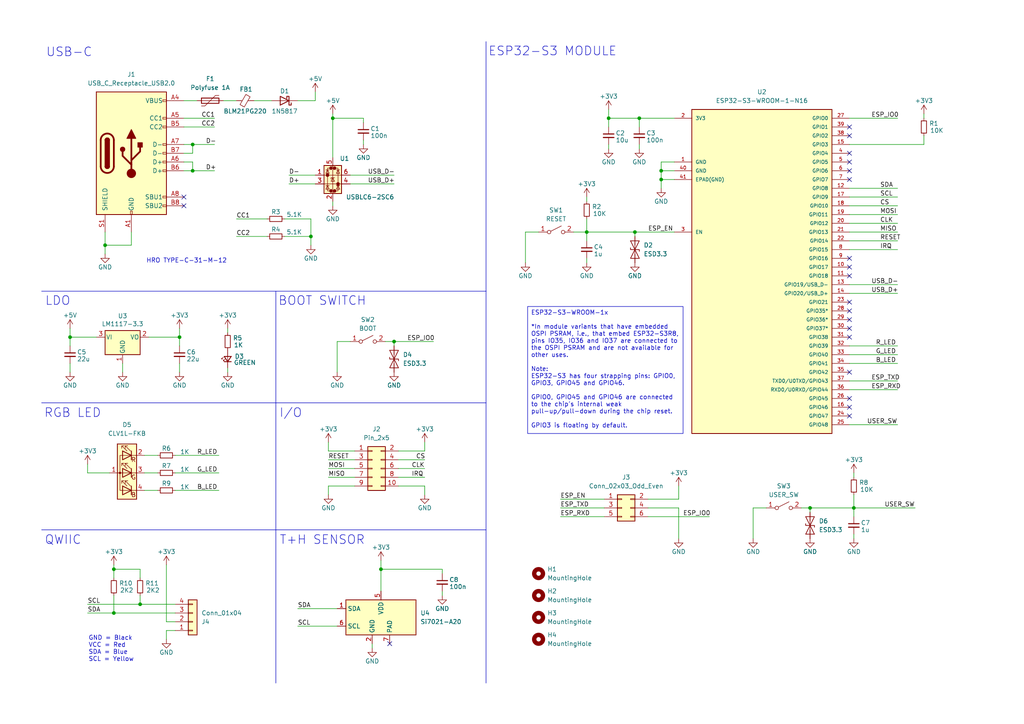
<source format=kicad_sch>
(kicad_sch (version 20250114) (generator "eeschema") (generator_version "9.0")
  (paper "A4")
  (title_block (title "ESP32-S3 Testboard") (date "2025-06-27") (rev "1.0") (company "Made by Morten"))
  (lib_symbols
    (symbol "Connector_Generic:Conn_02x03_Odd_Even" (pin_names (offset 1.016) (hide yes))
      (property "Reference" "J" (at 1.27 5.08 0))
      (property "Value" "Conn_02x03_Odd_Even" (at 1.27 -5.08 0))
      (symbol "Conn_02x03_Odd_Even_1_1"
        (pin passive line (at -5.08 2.54 0) (length 3.81) (name "Pin_1") (number "1"))
        (pin passive line (at -5.08 0 0) (length 3.81) (name "Pin_3") (number "3"))
        (pin passive line (at -5.08 -2.54 0) (length 3.81) (name "Pin_5") (number "5"))
        (pin passive line (at 7.62 2.54 180) (length 3.81) (name "Pin_2") (number "2"))
        (pin passive line (at 7.62 0 180) (length 3.81) (name "Pin_4") (number "4"))
        (pin passive line (at 7.62 -2.54 180) (length 3.81) (name "Pin_6") (number "6"))
      )
    )
    (symbol "Connector_Generic:Conn_02x05_Odd_Even" (pin_names (offset 1.016) (hide yes))
      (property "Reference" "J" (at 1.27 7.62 0))
      (property "Value" "Conn_02x05_Odd_Even" (at 1.27 -7.62 0))
      (symbol "Conn_02x05_Odd_Even_1_1"
        (pin passive line (at -5.08 5.08 0) (length 3.81) (name "Pin_1") (number "1"))
        (pin passive line (at -5.08 2.54 0) (length 3.81) (name "Pin_3") (number "3"))
        (pin passive line (at -5.08 0 0) (length 3.81) (name "Pin_5") (number "5"))
        (pin passive line (at -5.08 -2.54 0) (length 3.81) (name "Pin_7") (number "7"))
        (pin passive line (at -5.08 -5.08 0) (length 3.81) (name "Pin_9") (number "9"))
        (pin passive line (at 7.62 5.08 180) (length 3.81) (name "Pin_2") (number "2"))
        (pin passive line (at 7.62 2.54 180) (length 3.81) (name "Pin_4") (number "4"))
        (pin passive line (at 7.62 0 180) (length 3.81) (name "Pin_6") (number "6"))
        (pin passive line (at 7.62 -2.54 180) (length 3.81) (name "Pin_8") (number "8"))
        (pin passive line (at 7.62 -5.08 180) (length 3.81) (name "Pin_10") (number "10"))
      )
    )
    (symbol "Morten_Library.kicad_sym_9:+3V3" (power) (pin_names (offset 0))
      (property "Value" "+3V3" (at 0 3.556 0))
      (symbol "+3V3_1_1"
        (pin power_in line (at 0 0 90) (length 0) (hide yes) (name "+3V3") (number "1"))
      )
    )
    (symbol "Morten_Library.kicad_sym_9:+5V" (power) (pin_names (offset 0))
      (property "Value" "+5V" (at 0 3.556 0))
      (symbol "+5V_1_1"
        (pin power_in line (at 0 0 90) (length 0) (hide yes) (name "+5V") (number "1"))
      )
    )
    (symbol "Morten_Library.kicad_sym_9:1N5817" (pin_numbers (hide yes)) (pin_names (offset 1.016) (hide yes))
      (property "Reference" "D" (at 0 2.54 0))
      (property "Value" "1N5817" (at 0 -2.54 0))
      (symbol "1N5817_1_1"
        (pin passive line (at -3.81 0 0) (length 2.54) (name "K") (number "1"))
        (pin passive line (at 3.81 0 180) (length 2.54) (name "A") (number "2"))
      )
    )
    (symbol "Morten_Library.kicad_sym_9:CLV1L-FKB" (pin_names (offset 0) (hide yes))
      (property "Reference" "D" (at 0 9.398 0))
      (property "Value" "CLV1L-FKB" (at 0 -8.89 0))
      (symbol "CLV1L-FKB_0_0"
        (text "R" (at -1.905 3.81 0) (effects (font (size 1.27 1.27))))
        (text "G" (at -1.905 -1.27 0) (effects (font (size 1.27 1.27))))
        (text "B" (at -1.905 -6.35 0) (effects (font (size 1.27 1.27))))
      )
      (symbol "CLV1L-FKB_1_1"
        (pin passive line (at -5.08 5.08 0) (length 2.54) (name "RK") (number "2"))
        (pin passive line (at -5.08 0 0) (length 2.54) (name "GK") (number "3"))
        (pin passive line (at -5.08 -5.08 0) (length 2.54) (name "BK") (number "4"))
        (pin passive line (at 5.08 0 180) (length 2.54) (name "A") (number "1"))
      )
    )
    (symbol "Morten_Library.kicad_sym_9:C_Small" (pin_numbers (hide yes)) (pin_names (offset 0.254) (hide yes))
      (property "Reference" "C" (at 0.254 1.778 0))
      (property "Value" "C_Small" (at 0.254 -2.032 0))
      (symbol "C_Small_1_1"
        (pin passive line (at 0 2.54 270) (length 2.032) (name "~") (number "1"))
        (pin passive line (at 0 -2.54 90) (length 2.032) (name "~") (number "2"))
      )
    )
    (symbol "Morten_Library.kicad_sym_9:Conn_01x04" (pin_names (offset 1.016) (hide yes))
      (property "Reference" "J" (at 0 5.08 0))
      (property "Value" "Conn_01x04" (at 0 -7.62 0))
      (symbol "Conn_01x04_1_1"
        (pin passive line (at -5.08 2.54 0) (length 3.81) (name "Pin_1") (number "1"))
        (pin passive line (at -5.08 0 0) (length 3.81) (name "Pin_2") (number "2"))
        (pin passive line (at -5.08 -2.54 0) (length 3.81) (name "Pin_3") (number "3"))
        (pin passive line (at -5.08 -5.08 0) (length 3.81) (name "Pin_4") (number "4"))
      )
    )
    (symbol "Morten_Library.kicad_sym_9:ESD9B3.3ST5G" (pin_numbers (hide yes)) (pin_names (offset 1.016) (hide yes))
      (property "Reference" "D" (at 0 2.54 0))
      (property "Value" "ESD9B3.3ST5G" (at 0 -2.54 0))
      (symbol "ESD9B3.3ST5G_1_1"
        (pin passive line (at -3.81 0 0) (length 2.54) (name "A1") (number "1"))
        (pin passive line (at 3.81 0 180) (length 2.54) (name "A2") (number "2"))
      )
    )
    (symbol "Morten_Library.kicad_sym_9:ESP32-S3-WROOM-1x-N8R8" (pin_names (offset 1.016))
      (property "Reference" "U4" (at -19.304 46.99 0))
      (property "Value" "ESP32-S3-WROOM-1-N16" (at -7.366 -49.53 0))
      (symbol "ESP32-S3-WROOM-1x-N8R8_0_0"
        (pin power_in line (at -25.4 43.18 0) (length 5.08) (name "3V3") (number "2"))
        (pin power_in line (at -25.4 30.48 0) (length 5.08) (name "GND") (number "1"))
        (pin power_in line (at -25.4 27.94 0) (length 5.08) (name "GND") (number "40"))
        (pin power_in line (at -25.4 25.4 0) (length 5.08) (name "EPAD(GND)") (number "41"))
        (pin input line (at -25.4 10.16 0) (length 5.08) (name "EN") (number "3"))
      )
      (symbol "ESP32-S3-WROOM-1x-N8R8_1_0"
        (pin bidirectional line (at 25.4 43.18 180) (length 5.08) (name "GPIO0") (number "27"))
        (pin bidirectional line (at 25.4 40.64 180) (length 5.08) (name "GPIO1") (number "39"))
        (pin bidirectional line (at 25.4 38.1 180) (length 5.08) (name "GPIO2") (number "38"))
        (pin bidirectional line (at 25.4 35.56 180) (length 5.08) (name "GPIO3") (number "15"))
        (pin bidirectional line (at 25.4 30.48 180) (length 5.08) (name "GPIO5") (number "5"))
        (pin bidirectional line (at 25.4 27.94 180) (length 5.08) (name "GPIO6") (number "6"))
        (pin bidirectional line (at 25.4 25.4 180) (length 5.08) (name "GPIO7") (number "7"))
        (pin bidirectional line (at 25.4 22.86 180) (length 5.08) (name "GPIO8") (number "12"))
        (pin bidirectional line (at 25.4 20.32 180) (length 5.08) (name "GPIO9") (number "17"))
        (pin bidirectional line (at 25.4 17.78 180) (length 5.08) (name "GPIO10") (number "18"))
        (pin bidirectional line (at 25.4 15.24 180) (length 5.08) (name "GPIO11") (number "19"))
        (pin bidirectional line (at 25.4 12.7 180) (length 5.08) (name "GPIO12") (number "20"))
        (pin bidirectional line (at 25.4 10.16 180) (length 5.08) (name "GPIO13") (number "21"))
        (pin bidirectional line (at 25.4 7.62 180) (length 5.08) (name "GPIO14") (number "22"))
        (pin bidirectional line (at 25.4 5.08 180) (length 5.08) (name "GPIO15") (number "8"))
        (pin bidirectional line (at 25.4 2.54 180) (length 5.08) (name "GPIO16") (number "9"))
        (pin bidirectional line (at 25.4 0 180) (length 5.08) (name "GPIO17") (number "10"))
        (pin bidirectional line (at 25.4 -2.54 180) (length 5.08) (name "GPIO18") (number "11"))
        (pin bidirectional line (at 25.4 -5.08 180) (length 5.08) (name "GPIO19/USB_D-") (number "13"))
        (pin bidirectional line (at 25.4 -7.62 180) (length 5.08) (name "GPIO20/USB_D+") (number "14"))
        (pin bidirectional line (at 25.4 -10.16 180) (length 5.08) (name "GPIO21") (number "23"))
        (pin bidirectional line (at 25.4 -12.7 180) (length 5.08) (name "GPIO35*") (number "28"))
        (pin bidirectional line (at 25.4 -15.24 180) (length 5.08) (name "GPIO36*") (number "29"))
        (pin bidirectional line (at 25.4 -17.78 180) (length 5.08) (name "GPIO37*") (number "30"))
        (pin bidirectional line (at 25.4 -20.32 180) (length 5.08) (name "GPIO38") (number "31"))
        (pin bidirectional line (at 25.4 -22.86 180) (length 5.08) (name "GPIO39") (number "32"))
        (pin bidirectional line (at 25.4 -25.4 180) (length 5.08) (name "GPIO40") (number "33"))
        (pin bidirectional line (at 25.4 -27.94 180) (length 5.08) (name "GPIO41") (number "34"))
        (pin bidirectional line (at 25.4 -30.48 180) (length 5.08) (name "GPIO42") (number "35"))
        (pin bidirectional line (at 25.4 -33.02 180) (length 5.08) (name "TXD0/U0TXD/GPIO43") (number "37"))
        (pin bidirectional line (at 25.4 -35.56 180) (length 5.08) (name "RXD0/U0RXD/GPIO44") (number "36"))
        (pin bidirectional line (at 25.4 -38.1 180) (length 5.08) (name "GPIO45") (number "26"))
        (pin bidirectional line (at 25.4 -40.64 180) (length 5.08) (name "GPIO46") (number "16"))
        (pin bidirectional line (at 25.4 -43.18 180) (length 5.08) (name "GPIO47") (number "24"))
        (pin bidirectional line (at 25.4 -45.72 180) (length 5.08) (name "GPIO48") (number "25"))
      )
      (symbol "ESP32-S3-WROOM-1x-N8R8_1_1"
        (pin bidirectional line (at 25.4 33.02 180) (length 5.08) (name "GPIO4") (number "4"))
      )
    )
    (symbol "Morten_Library.kicad_sym_9:FerriteBead_Small" (pin_numbers (hide yes)) (pin_names (offset 0))
      (property "Reference" "FB" (at 1.905 1.27 0))
      (property "Value" "FerriteBead_Small" (at 1.905 -1.27 0))
      (symbol "FerriteBead_Small_1_1"
        (pin passive line (at 0 2.54 270) (length 1.27) (name "~") (number "1"))
        (pin passive line (at 0 -2.54 90) (length 1.27) (name "~") (number "2"))
      )
    )
    (symbol "Morten_Library.kicad_sym_9:GND" (power) (pin_names (offset 0))
      (property "Value" "GND" (at 0 -3.81 0))
      (symbol "GND_1_1"
        (pin power_in line (at 0 0 270) (length 0) (hide yes) (name "GND") (number "1"))
      )
    )
    (symbol "Morten_Library.kicad_sym_9:LED_Small" (pin_numbers (hide yes)) (pin_names (offset 0.254) (hide yes))
      (property "Reference" "D" (at -1.27 3.175 0))
      (property "Value" "LED_Small" (at -4.445 -2.54 0))
      (symbol "LED_Small_1_1"
        (pin passive line (at -2.54 0 0) (length 1.778) (name "K") (number "1"))
        (pin passive line (at 2.54 0 180) (length 1.778) (name "A") (number "2"))
      )
    )
    (symbol "Morten_Library.kicad_sym_9:LM1117-3.3" (pin_names (offset 0.254))
      (property "Reference" "U" (at -3.81 3.175 0))
      (property "Value" "LM1117-3.3" (at 0 3.175 0))
      (symbol "LM1117-3.3_1_1"
        (pin power_in line (at -7.62 0 0) (length 2.54) (name "VI") (number "3"))
        (pin power_in line (at 0 -7.62 90) (length 2.54) (name "GND") (number "1"))
        (pin power_out line (at 7.62 0 180) (length 2.54) (name "VO") (number "2"))
      )
    )
    (symbol "Morten_Library.kicad_sym_9:MountingHole" (pin_names (offset 1.016))
      (property "Reference" "H" (at 0 5.08 0))
      (property "Value" "MountingHole" (at 0 3.175 0))
    )
    (symbol "Morten_Library.kicad_sym_9:Polyfuse" (pin_numbers (hide yes)) (pin_names (offset 0))
      (property "Reference" "F" (at -2.54 0 90))
      (property "Value" "Polyfuse" (at 2.54 0 90))
      (symbol "Polyfuse_1_1"
        (pin passive line (at 0 3.81 270) (length 1.27) (name "~") (number "1"))
        (pin passive line (at 0 -3.81 90) (length 1.27) (name "~") (number "2"))
      )
    )
    (symbol "Morten_Library.kicad_sym_9:R_Small" (pin_numbers (hide yes)) (pin_names (offset 0.254) (hide yes))
      (property "Reference" "R" (at 0.762 0.508 0))
      (property "Value" "R_Small" (at 0.762 -1.016 0))
      (symbol "R_Small_1_1"
        (pin passive line (at 0 2.54 270) (length 0.762) (name "~") (number "1"))
        (pin passive line (at 0 -2.54 90) (length 0.762) (name "~") (number "2"))
      )
    )
    (symbol "Morten_Library.kicad_sym_9:SW_SPST" (pin_names (offset 0) (hide yes))
      (property "Reference" "SW" (at 0 3.175 0))
      (property "Value" "SW_SPST" (at 0 -2.54 0))
      (symbol "SW_SPST_1_1"
        (pin passive line (at -5.08 0 0) (length 2.54) (name "A") (number "1"))
        (pin passive line (at 5.08 0 180) (length 2.54) (name "B") (number "2"))
      )
    )
    (symbol "Morten_Library.kicad_sym_9:USBLC6-2SC6_1" (pin_names (hide yes))
      (property "Reference" "U" (at 0.635 5.715 0))
      (property "Value" "USBLC6-2SC6" (at 0.635 3.81 0))
      (symbol "USBLC6-2SC6_1_1_1"
        (pin passive line (at -5.08 0 0) (length 2.54) (name "I/O1") (number "1"))
        (pin passive line (at -5.08 -2.54 0) (length 2.54) (name "I/O2") (number "3"))
        (pin passive line (at 0 5.08 270) (length 2.54) (name "VBUS") (number "5"))
        (pin passive line (at 0 -7.62 90) (length 2.54) (name "GND") (number "2"))
        (pin passive line (at 5.08 0 180) (length 2.54) (name "I/O1") (number "6"))
        (pin passive line (at 5.08 -2.54 180) (length 2.54) (name "I/O2") (number "4"))
      )
    )
    (symbol "Morten_Library.kicad_sym_9:USB_C_Receptacle_USB2.0" (pin_names (offset 1.016))
      (property "Reference" "J" (at -10.16 19.05 0))
      (property "Value" "USB_C_Receptacle_USB2.0" (at 19.05 19.05 0))
      (symbol "USB_C_Receptacle_USB2.0_1_1"
        (pin passive line (at -7.62 -22.86 90) (length 5.08) (name "SHIELD") (number "S1"))
        (pin passive line (at 0 -22.86 90) (length 5.08) (name "GND") (number "A1"))
        (pin passive line (at 0 -22.86 90) (length 5.08) (hide yes) (name "GND") (number "A12"))
        (pin passive line (at 0 -22.86 90) (length 5.08) (hide yes) (name "GND") (number "B1"))
        (pin passive line (at 0 -22.86 90) (length 5.08) (hide yes) (name "GND") (number "B12"))
        (pin passive line (at 15.24 15.24 180) (length 5.08) (name "VBUS") (number "A4"))
        (pin passive line (at 15.24 15.24 180) (length 5.08) (hide yes) (name "VBUS") (number "A9"))
        (pin passive line (at 15.24 15.24 180) (length 5.08) (hide yes) (name "VBUS") (number "B4"))
        (pin passive line (at 15.24 15.24 180) (length 5.08) (hide yes) (name "VBUS") (number "B9"))
        (pin bidirectional line (at 15.24 10.16 180) (length 5.08) (name "CC1") (number "A5"))
        (pin bidirectional line (at 15.24 7.62 180) (length 5.08) (name "CC2") (number "B5"))
        (pin bidirectional line (at 15.24 2.54 180) (length 5.08) (name "D-") (number "A7"))
        (pin bidirectional line (at 15.24 0 180) (length 5.08) (name "D-") (number "B7"))
        (pin bidirectional line (at 15.24 -2.54 180) (length 5.08) (name "D+") (number "A6"))
        (pin bidirectional line (at 15.24 -5.08 180) (length 5.08) (name "D+") (number "B6"))
        (pin bidirectional line (at 15.24 -12.7 180) (length 5.08) (name "SBU1") (number "A8"))
        (pin bidirectional line (at 15.24 -15.24 180) (length 5.08) (name "SBU2") (number "B8"))
      )
    )
    (symbol "Sensor_Humidity:Si7021-A20"
      (property "Reference" "U" (at -5.08 7.62 0))
      (property "Value" "Si7021-A20" (at -10.16 10.16 0))
      (symbol "Si7021-A20_1_1"
        (pin bidirectional line (at -12.7 2.54 0) (length 2.54) (name "SDA") (number "1"))
        (pin input line (at -12.7 -2.54 0) (length 2.54) (name "SCL") (number "6"))
        (pin power_in line (at -2.54 -7.62 90) (length 2.54) (name "GND") (number "2"))
        (pin power_in line (at 0 7.62 270) (length 2.54) (name "VDD") (number "5"))
        (pin passive line (at 2.54 -7.62 90) (length 2.54) (name "PAD") (number "7"))
        (pin no_connect line (at 10.16 2.54 180) (length 2.54) (hide yes) (name "NC") (number "3"))
        (pin no_connect line (at 10.16 -2.54 180) (length 2.54) (hide yes) (name "NC") (number "4"))
      )
    )
  )
  (text "LDO" (at 16.764 87.376 0) (effects (font (size 2.54 2.54))))
  (text "USB-C" (at 20.066 15.24 0) (effects (font (size 2.54 2.54))))
  (text "T+H SENSOR" (at 93.472 156.718 0) (effects (font (size 2.54 2.54))))
  (text "RGB LED\n" (at 21.082 119.888 0) (effects (font (size 2.54 2.54))))
  (text "QWIIC" (at 18.288 156.718 0) (effects (font (size 2.54 2.54))))
  (text "I/O\n" (at 84.328 119.888 0) (effects (font (size 2.54 2.54))))
  (text "BOOT SWITCH" (at 93.472 87.376 0) (effects (font (size 2.54 2.54))))
  (text "HRO TYPE-C-31-M-12" (at 42.418 76.454 0) (effects (font (size 1.27 1.27)) (justify left bottom)))
  (text "GND = Black\nVCC = Red\nSDA = Blue\nSCL = Yellow" (at 25.654 188.214 0) (effects (font (size 1.27 1.27)) (justify left)))
  (text "ESP32-S3 MODULE" (at 160.274 14.986 0) (effects (font (size 2.54 2.54))))
  (text_box "ESP32-S3-WROOM-1x\n\n*In module variants that have embedded OSPI PSRAM, i.e., that embed ESP32-S3R8, pins IO35, IO36 and IO37 are connected to the OSPI PSRAM and are not available for other uses.\n\nNote:\nESP32-S3 has four strapping pins: GPIO0, GPIO3, GPIO45 and GPIO46.\n\nGPIO0, GPIO45 and GPIO46 are connected to the chip's internal weak pull-up/pull-down during the chip reset.\n\nGPIO3 is floating by default." (at 153.035 88.9 0) (size 45.085 36.83) (margins 0.9525 0.9525 0.9525 0.9525) (effects (font (size 1.27 1.27)) (justify left top)))
  (junction (at 170.18 67.31))
  (junction (at 247.65 147.32))
  (junction (at 40.64 175.26))
  (junction (at 33.02 177.8))
  (junction (at 191.77 49.53))
  (junction (at 20.32 97.79))
  (junction (at 191.77 52.07))
  (junction (at 30.48 71.12))
  (junction (at 110.49 165.1))
  (junction (at 55.88 41.91))
  (junction (at 96.52 34.29))
  (junction (at 52.07 97.79))
  (junction (at 184.15 67.31))
  (junction (at 234.95 147.32))
  (junction (at 90.17 68.58))
  (junction (at 185.42 34.29))
  (junction (at 55.88 49.53))
  (junction (at 33.02 165.1))
  (junction (at 114.3 99.06))
  (junction (at 176.53 34.29))
  (no_connect (at 53.34 59.69))
  (no_connect (at 246.38 77.47))
  (no_connect (at 246.38 97.79))
  (no_connect (at 246.38 107.95))
  (no_connect (at 246.38 92.71))
  (no_connect (at 246.38 95.25))
  (no_connect (at 246.38 39.37))
  (no_connect (at 246.38 46.99))
  (no_connect (at 113.03 186.69))
  (no_connect (at 246.38 120.65))
  (no_connect (at 53.34 57.15))
  (no_connect (at 246.38 90.17))
  (no_connect (at 246.38 118.11))
  (no_connect (at 246.38 44.45))
  (no_connect (at 246.38 80.01))
  (no_connect (at 246.38 52.07))
  (no_connect (at 246.38 115.57))
  (no_connect (at 246.38 74.93))
  (no_connect (at 246.38 87.63))
  (no_connect (at 246.38 49.53))
  (no_connect (at 246.38 36.83))
  (wire (pts (xy 156.21 67.31) (xy 152.4 67.31)))
  (wire (pts (xy 50.8 142.24) (xy 63.5 142.24)))
  (wire (pts (xy 41.91 142.24) (xy 45.72 142.24)))
  (wire (pts (xy 246.38 67.31) (xy 260.35 67.31)))
  (wire (pts (xy 115.57 138.43) (xy 123.19 138.43)))
  (wire (pts (xy 95.25 135.89) (xy 102.87 135.89)))
  (wire (pts (xy 123.19 140.97) (xy 115.57 140.97)))
  (wire (pts (xy 73.66 29.21) (xy 78.74 29.21)))
  (wire (pts (xy 152.4 67.31) (xy 152.4 76.2)))
  (polyline (pts (xy 12.065 153.67) (xy 140.97 153.67)))
  (wire (pts (xy 38.1 67.31) (xy 38.1 71.12)))
  (wire (pts (xy 25.4 175.26) (xy 40.64 175.26)))
  (wire (pts (xy 162.56 144.78) (xy 175.26 144.78)))
  (wire (pts (xy 55.88 41.91) (xy 62.23 41.91)))
  (wire (pts (xy 170.18 57.15) (xy 170.18 58.42)))
  (wire (pts (xy 95.25 138.43) (xy 102.87 138.43)))
  (wire (pts (xy 66.04 107.95) (xy 66.04 106.68)))
  (wire (pts (xy 246.38 69.85) (xy 260.35 69.85)))
  (wire (pts (xy 196.85 147.32) (xy 196.85 156.21)))
  (wire (pts (xy 185.42 41.91) (xy 185.42 43.18)))
  (wire (pts (xy 246.38 85.09) (xy 260.35 85.09)))
  (wire (pts (xy 191.77 52.07) (xy 191.77 49.53)))
  (wire (pts (xy 83.82 50.8) (xy 91.44 50.8)))
  (wire (pts (xy 95.25 130.81) (xy 102.87 130.81)))
  (wire (pts (xy 162.56 149.86) (xy 175.26 149.86)))
  (wire (pts (xy 52.07 97.79) (xy 52.07 100.33)))
  (wire (pts (xy 246.38 82.55) (xy 260.35 82.55)))
  (wire (pts (xy 246.38 54.61) (xy 260.35 54.61)))
  (wire (pts (xy 170.18 63.5) (xy 170.18 67.31)))
  (wire (pts (xy 86.36 29.21) (xy 91.44 29.21)))
  (wire (pts (xy 246.38 62.23) (xy 260.35 62.23)))
  (wire (pts (xy 114.3 99.06) (xy 114.3 100.33)))
  (wire (pts (xy 40.64 175.26) (xy 50.8 175.26)))
  (wire (pts (xy 52.07 105.41) (xy 52.07 107.95)))
  (wire (pts (xy 86.36 181.61) (xy 97.79 181.61)))
  (wire (pts (xy 246.38 57.15) (xy 260.35 57.15)))
  (wire (pts (xy 53.34 49.53) (xy 55.88 49.53)))
  (wire (pts (xy 68.58 68.58) (xy 77.47 68.58)))
  (wire (pts (xy 191.77 49.53) (xy 195.58 49.53)))
  (wire (pts (xy 191.77 46.99) (xy 195.58 46.99)))
  (polyline (pts (xy 12.065 116.84) (xy 140.97 116.84)))
  (wire (pts (xy 41.91 137.16) (xy 45.72 137.16)))
  (wire (pts (xy 247.65 147.32) (xy 265.43 147.32)))
  (wire (pts (xy 55.88 41.91) (xy 55.88 44.45)))
  (wire (pts (xy 267.97 39.37) (xy 267.97 41.91)))
  (wire (pts (xy 86.36 176.53) (xy 97.79 176.53)))
  (wire (pts (xy 96.52 33.02) (xy 96.52 34.29)))
  (wire (pts (xy 33.02 165.1) (xy 33.02 167.64)))
  (wire (pts (xy 101.6 50.8) (xy 114.3 50.8)))
  (wire (pts (xy 176.53 41.91) (xy 176.53 43.18)))
  (wire (pts (xy 68.58 63.5) (xy 77.47 63.5)))
  (wire (pts (xy 33.02 163.83) (xy 33.02 165.1)))
  (wire (pts (xy 82.55 63.5) (xy 90.17 63.5)))
  (wire (pts (xy 234.95 147.32) (xy 247.65 147.32)))
  (wire (pts (xy 96.52 34.29) (xy 105.41 34.29)))
  (wire (pts (xy 246.38 110.49) (xy 260.35 110.49)))
  (wire (pts (xy 246.38 123.19) (xy 260.35 123.19)))
  (wire (pts (xy 41.91 132.08) (xy 45.72 132.08)))
  (wire (pts (xy 110.49 165.1) (xy 128.27 165.1)))
  (wire (pts (xy 40.64 165.1) (xy 40.64 167.64)))
  (wire (pts (xy 50.8 180.34) (xy 48.26 180.34)))
  (wire (pts (xy 176.53 34.29) (xy 185.42 34.29)))
  (wire (pts (xy 247.65 137.16) (xy 247.65 138.43)))
  (wire (pts (xy 30.48 71.12) (xy 38.1 71.12)))
  (wire (pts (xy 234.95 147.32) (xy 234.95 148.59)))
  (wire (pts (xy 52.07 95.25) (xy 52.07 97.79)))
  (wire (pts (xy 95.25 128.27) (xy 95.25 130.81)))
  (wire (pts (xy 187.96 144.78) (xy 196.85 144.78)))
  (wire (pts (xy 170.18 67.31) (xy 170.18 69.85)))
  (wire (pts (xy 64.77 29.21) (xy 68.58 29.21)))
  (wire (pts (xy 267.97 33.02) (xy 267.97 34.29)))
  (wire (pts (xy 196.85 140.97) (xy 196.85 144.78)))
  (wire (pts (xy 110.49 162.56) (xy 110.49 165.1)))
  (wire (pts (xy 35.56 105.41) (xy 35.56 107.95)))
  (wire (pts (xy 105.41 40.64) (xy 105.41 41.91)))
  (wire (pts (xy 33.02 165.1) (xy 40.64 165.1)))
  (wire (pts (xy 185.42 34.29) (xy 195.58 34.29)))
  (wire (pts (xy 90.17 68.58) (xy 90.17 71.12)))
  (wire (pts (xy 53.34 29.21) (xy 57.15 29.21)))
  (wire (pts (xy 246.38 64.77) (xy 260.35 64.77)))
  (wire (pts (xy 191.77 52.07) (xy 195.58 52.07)))
  (wire (pts (xy 53.34 34.29) (xy 62.23 34.29)))
  (wire (pts (xy 176.53 31.75) (xy 176.53 34.29)))
  (wire (pts (xy 176.53 34.29) (xy 176.53 36.83)))
  (wire (pts (xy 247.65 143.51) (xy 247.65 147.32)))
  (wire (pts (xy 66.04 95.25) (xy 66.04 96.52)))
  (wire (pts (xy 247.65 154.94) (xy 247.65 156.21)))
  (wire (pts (xy 115.57 135.89) (xy 123.19 135.89)))
  (wire (pts (xy 33.02 177.8) (xy 50.8 177.8)))
  (wire (pts (xy 82.55 68.58) (xy 90.17 68.58)))
  (wire (pts (xy 40.64 172.72) (xy 40.64 175.26)))
  (wire (pts (xy 247.65 147.32) (xy 247.65 149.86)))
  (wire (pts (xy 31.75 137.16) (xy 25.4 137.16)))
  (wire (pts (xy 191.77 49.53) (xy 191.77 46.99)))
  (wire (pts (xy 246.38 100.33) (xy 260.35 100.33)))
  (wire (pts (xy 170.18 67.31) (xy 184.15 67.31)))
  (wire (pts (xy 191.77 54.61) (xy 191.77 52.07)))
  (wire (pts (xy 110.49 165.1) (xy 110.49 171.45)))
  (wire (pts (xy 123.19 140.97) (xy 123.19 143.51)))
  (wire (pts (xy 246.38 72.39) (xy 260.35 72.39)))
  (wire (pts (xy 105.41 34.29) (xy 105.41 35.56)))
  (wire (pts (xy 170.18 74.93) (xy 170.18 76.2)))
  (wire (pts (xy 107.95 186.69) (xy 107.95 187.96)))
  (wire (pts (xy 55.88 46.99) (xy 55.88 49.53)))
  (wire (pts (xy 30.48 71.12) (xy 30.48 73.66)))
  (wire (pts (xy 50.8 137.16) (xy 63.5 137.16)))
  (wire (pts (xy 102.87 140.97) (xy 95.25 140.97)))
  (wire (pts (xy 187.96 149.86) (xy 205.74 149.86)))
  (wire (pts (xy 218.44 147.32) (xy 222.25 147.32)))
  (wire (pts (xy 95.25 140.97) (xy 95.25 143.51)))
  (wire (pts (xy 55.88 49.53) (xy 62.23 49.53)))
  (wire (pts (xy 123.19 128.27) (xy 123.19 130.81)))
  (wire (pts (xy 128.27 165.1) (xy 128.27 166.37)))
  (wire (pts (xy 246.38 41.91) (xy 267.97 41.91)))
  (wire (pts (xy 20.32 105.41) (xy 20.32 107.95)))
  (wire (pts (xy 48.26 185.42) (xy 48.26 182.88)))
  (wire (pts (xy 115.57 130.81) (xy 123.19 130.81)))
  (wire (pts (xy 25.4 177.8) (xy 33.02 177.8)))
  (wire (pts (xy 50.8 132.08) (xy 63.5 132.08)))
  (wire (pts (xy 218.44 156.21) (xy 218.44 147.32)))
  (wire (pts (xy 234.95 147.32) (xy 232.41 147.32)))
  (wire (pts (xy 20.32 95.25) (xy 20.32 97.79)))
  (wire (pts (xy 184.15 67.31) (xy 184.15 68.58)))
  (wire (pts (xy 246.38 102.87) (xy 260.35 102.87)))
  (wire (pts (xy 187.96 147.32) (xy 196.85 147.32)))
  (wire (pts (xy 53.34 44.45) (xy 55.88 44.45)))
  (wire (pts (xy 95.25 133.35) (xy 102.87 133.35)))
  (wire (pts (xy 166.37 67.31) (xy 170.18 67.31)))
  (wire (pts (xy 20.32 97.79) (xy 20.32 100.33)))
  (wire (pts (xy 96.52 34.29) (xy 96.52 45.72)))
  (wire (pts (xy 33.02 172.72) (xy 33.02 177.8)))
  (wire (pts (xy 91.44 26.67) (xy 91.44 29.21)))
  (wire (pts (xy 114.3 99.06) (xy 125.73 99.06)))
  (wire (pts (xy 101.6 99.06) (xy 97.79 99.06)))
  (wire (pts (xy 53.34 41.91) (xy 55.88 41.91)))
  (wire (pts (xy 184.15 67.31) (xy 195.58 67.31)))
  (wire (pts (xy 185.42 34.29) (xy 185.42 36.83)))
  (wire (pts (xy 90.17 63.5) (xy 90.17 68.58)))
  (wire (pts (xy 20.32 97.79) (xy 27.94 97.79)))
  (wire (pts (xy 96.52 58.42) (xy 96.52 59.69)))
  (wire (pts (xy 115.57 133.35) (xy 123.19 133.35)))
  (wire (pts (xy 246.38 113.03) (xy 260.35 113.03)))
  (wire (pts (xy 246.38 105.41) (xy 260.35 105.41)))
  (wire (pts (xy 97.79 99.06) (xy 97.79 107.95)))
  (polyline (pts (xy 12.065 84.455) (xy 140.97 84.455)))
  (wire (pts (xy 53.34 36.83) (xy 62.23 36.83)))
  (wire (pts (xy 101.6 53.34) (xy 114.3 53.34)))
  (polyline (pts (xy 80.01 84.455) (xy 80.01 198.12)))
  (wire (pts (xy 128.27 171.45) (xy 128.27 172.72)))
  (wire (pts (xy 43.18 97.79) (xy 52.07 97.79)))
  (wire (pts (xy 246.38 34.29) (xy 260.35 34.29)))
  (wire (pts (xy 53.34 46.99) (xy 55.88 46.99)))
  (wire (pts (xy 48.26 182.88) (xy 50.8 182.88)))
  (wire (pts (xy 48.26 163.83) (xy 48.26 180.34)))
  (wire (pts (xy 111.76 99.06) (xy 114.3 99.06)))
  (wire (pts (xy 246.38 59.69) (xy 260.35 59.69)))
  (polyline (pts (xy 140.97 12.065) (xy 140.97 84.455)))
  (wire (pts (xy 162.56 147.32) (xy 175.26 147.32)))
  (wire (pts (xy 83.82 53.34) (xy 91.44 53.34)))
  (wire (pts (xy 30.48 67.31) (xy 30.48 71.12)))
  (polyline (pts (xy 140.97 84.455) (xy 140.97 198.12)))
  (wire (pts (xy 25.4 134.62) (xy 25.4 137.16)))
  (label "CC1" (at 68.58 63.5 0))
  (label "SDA" (at 25.4 177.8 0))
  (label "SCL" (at 86.36 181.61 0))
  (label "CS" (at 255.27 59.69 0))
  (label "USB_D-" (at 252.73 82.55 0))
  (label "CC2" (at 68.58 68.58 0))
  (label "MOSI" (at 95.25 135.89 0))
  (label "USB_D+" (at 106.68 53.34 0))
  (label "ESP_RXD" (at 162.56 149.86 0))
  (label "CC1" (at 58.42 34.29 0))
  (label "B_LED" (at 254 105.41 0))
  (label "R_LED" (at 254 100.33 0))
  (label "SDA" (at 255.27 54.61 0))
  (label "CLK" (at 255.27 64.77 0))
  (label "USER_SW" (at 251.46 123.19 0))
  (label "ESP_EN" (at 187.96 67.31 0))
  (label "D+" (at 83.82 53.34 0))
  (label "RESET" (at 95.25 133.35 0))
  (label "IRQ" (at 119.38 138.43 0))
  (label "CLK" (at 119.38 135.89 0))
  (label "ESP_EN" (at 162.56 144.78 0))
  (label "MISO" (at 255.27 67.31 0))
  (label "ESP_RXD" (at 252.73 113.03 0))
  (label "D+" (at 59.69 49.53 0))
  (label "G_LED" (at 254 102.87 0))
  (label "RESET" (at 255.27 69.85 0))
  (label "SDA" (at 86.36 176.53 0))
  (label "USB_D-" (at 106.68 50.8 0))
  (label "D-" (at 59.69 41.91 0))
  (label "R_LED" (at 57.15 132.08 0))
  (label "MISO" (at 95.25 138.43 0))
  (label "CS" (at 120.65 133.35 0))
  (label "ESP_TXD" (at 162.56 147.32 0))
  (label "CC2" (at 58.42 36.83 0))
  (label "ESP_IO0" (at 198.12 149.86 0))
  (label "G_LED" (at 57.15 137.16 0))
  (label "SCL" (at 25.4 175.26 0))
  (label "D-" (at 83.82 50.8 0))
  (label "MOSI" (at 255.27 62.23 0))
  (label "ESP_IO0" (at 252.73 34.29 0))
  (label "ESP_IO0" (at 118.11 99.06 0))
  (label "USB_D+" (at 252.73 85.09 0))
  (label "IRQ" (at 255.27 72.39 0))
  (label "B_LED" (at 57.15 142.24 0))
  (label "USER_SW" (at 256.54 147.32 0))
  (label "SCL" (at 255.27 57.15 0))
  (label "ESP_TXD" (at 252.73 110.49 0))
  (symbol (lib_id "Sensor_Humidity:Si7021-A20") (at 110.49 179.07 0) (unit 1)
    (property "Reference" "U4" (at 121.92 177.7999 0) (effects (justify left)))
    (property "Value" "Si7021-A20" (at 121.92 180.3399 0) (effects (justify left)))
    (property "Footprint" "Package_DFN_QFN:DFN-6-1EP_3x3mm_P1mm_EP1.5x2.4mm" (effects (hide yes)))
    (property "Datasheet" "https://www.silabs.com/documents/public/data-sheets/Si7021-A20.pdf" (effects (hide yes)))
    (property "Description" "I2C Humidity and Temperature Sensor, DFN-6" (effects (hide yes)))
  )
  (symbol (lib_id "Morten_Library.kicad_sym_9:GND") (at 96.52 59.69 0) (unit 1)
    (property "Reference" "#PWR010" (effects (hide yes)))
    (property "Value" "GND" (at 96.52 63.5 0))
    (property "Description" "Power symbol creates a global label with name \"GND\" , ground" (effects (hide yes)))
  )
  (symbol (lib_id "Morten_Library.kicad_sym_9:GND") (at 97.79 107.95 0) (unit 1)
    (property "Reference" "#PWR023" (effects (hide yes)))
    (property "Value" "GND" (at 97.79 111.76 0))
    (property "Description" "Power symbol creates a global label with name \"GND\" , ground" (effects (hide yes)))
  )
  (symbol (lib_id "Morten_Library.kicad_sym_9:GND") (at 185.42 43.18 0) (unit 1)
    (property "Reference" "#PWR07" (effects (hide yes)))
    (property "Value" "GND" (at 185.42 46.99 0))
    (property "Description" "Power symbol creates a global label with name \"GND\" , ground" (effects (hide yes)))
  )
  (symbol (lib_id "Morten_Library.kicad_sym_9:+3V3") (at 123.19 128.27 0) (unit 1)
    (property "Reference" "#PWR026" (effects (hide yes)))
    (property "Value" "+3V3" (at 123.19 124.46 0))
    (property "Description" "Power symbol creates a global label with name \"+3V3\"" (effects (hide yes)))
  )
  (symbol (lib_id "Morten_Library.kicad_sym_9:USB_C_Receptacle_USB2.0") (at 38.1 44.45 0) (unit 1)
    (property "Reference" "J1" (at 38.1 21.59 0))
    (property "Value" "USB_C_Receptacle_USB2.0" (at 38.1 24.13 0))
    (property "Footprint" "Morten_Library:USB_C_Receptacle_HRO_TYPE-C-31-M-12" (effects (hide yes)))
    (property "Datasheet" "https://www.usb.org/sites/default/files/documents/usb_type-c.zip" (effects (hide yes)))
    (property "Description" "USB 2.0-only Type-C Receptacle connector" (effects (hide yes)))
  )
  (symbol (lib_id "Connector_Generic:Conn_02x05_Odd_Even") (at 107.95 135.89 0) (unit 1)
    (property "Reference" "J2" (at 109.22 124.46 0))
    (property "Value" "Pin_2x5" (at 109.22 127 0))
    (property "Footprint" "Connector_PinHeader_2.54mm:PinHeader_2x05_P2.54mm_Vertical" (effects (hide yes)))
    (property "Description" "Generic connector, double row, 02x05, odd/even pin numbering scheme (row 1 odd numbers, row 2 even numbers), script generated (kicad-library-utils/schlib/autogen/connector/)" (effects (hide yes)))
  )
  (symbol (lib_id "Morten_Library.kicad_sym_9:+3V3") (at 247.65 137.16 0) (unit 1)
    (property "Reference" "#PWR028" (effects (hide yes)))
    (property "Value" "+3V3" (at 247.65 133.35 0))
    (property "Description" "Power symbol creates a global label with name \"+3V3\"" (effects (hide yes)))
  )
  (symbol (lib_id "Morten_Library.kicad_sym_9:C_Small") (at 52.07 102.87 0) (unit 1)
    (property "Reference" "C6" (at 54.102 102.108 0) (effects (justify left)))
    (property "Value" "22u" (at 54.102 104.14 0) (effects (justify left)))
    (property "Footprint" "Capacitor_SMD:C_0805_2012Metric" (effects (hide yes)))
    (property "Description" "Unpolarized capacitor, small symbol" (effects (hide yes)))
  )
  (symbol (lib_id "Morten_Library.kicad_sym_9:SW_SPST") (at 161.29 67.31 0) (unit 1)
    (property "Reference" "SW1" (at 161.29 60.96 0))
    (property "Value" "RESET" (at 161.29 63.5 0))
    (property "Footprint" "Button_Switch_SMD:SW_SPST_B3U-1000P" (effects (hide yes)))
    (property "Description" "Single Pole Single Throw (SPST) switch" (effects (hide yes)))
  )
  (symbol (lib_id "Morten_Library.kicad_sym_9:GND") (at 105.41 41.91 0) (unit 1)
    (property "Reference" "#PWR05" (effects (hide yes)))
    (property "Value" "GND" (at 105.41 45.72 0))
    (property "Description" "Power symbol creates a global label with name \"GND\" , ground" (effects (hide yes)))
  )
  (symbol (lib_id "Morten_Library.kicad_sym_9:C_Small") (at 105.41 38.1 0) (unit 1)
    (property "Reference" "C1" (at 107.442 37.338 0) (effects (justify left)))
    (property "Value" "100n" (at 107.442 39.37 0) (effects (justify left)))
    (property "Footprint" "Capacitor_SMD:C_0402_1005Metric_Pad0.74x0.62mm_HandSolder" (effects (hide yes)))
    (property "Description" "Unpolarized capacitor, small symbol" (effects (hide yes)))
  )
  (symbol (lib_id "Morten_Library.kicad_sym_9:+3V3") (at 66.04 95.25 0) (unit 1)
    (property "Reference" "#PWR018" (effects (hide yes)))
    (property "Value" "+3V3" (at 66.04 91.44 0))
    (property "Description" "Power symbol creates a global label with name \"+3V3\"" (effects (hide yes)))
  )
  (symbol (lib_id "Morten_Library.kicad_sym_9:+3V3") (at 176.53 31.75 0) (unit 1)
    (property "Reference" "#PWR02" (effects (hide yes)))
    (property "Value" "+3V3" (at 176.53 27.94 0))
    (property "Description" "Power symbol creates a global label with name \"+3V3\"" (effects (hide yes)))
  )
  (symbol (lib_id "Morten_Library.kicad_sym_9:C_Small") (at 176.53 39.37 0) (unit 1)
    (property "Reference" "C2" (at 178.562 38.608 0) (effects (justify left)))
    (property "Value" "10u" (at 178.562 40.64 0) (effects (justify left)))
    (property "Footprint" "Capacitor_SMD:C_0603_1608Metric" (effects (hide yes)))
    (property "Description" "Unpolarized capacitor, small symbol" (effects (hide yes)))
  )
  (symbol (lib_id "Morten_Library.kicad_sym_9:GND") (at 35.56 107.95 0) (unit 1)
    (property "Reference" "#PWR020" (effects (hide yes)))
    (property "Value" "GND" (at 35.56 111.76 0))
    (property "Description" "Power symbol creates a global label with name \"GND\" , ground" (effects (hide yes)))
  )
  (symbol (lib_id "Morten_Library.kicad_sym_9:+3V3") (at 25.4 134.62 0) (unit 1)
    (property "Reference" "#PWR027" (effects (hide yes)))
    (property "Value" "+3V3" (at 25.4 130.81 0))
    (property "Description" "Power symbol creates a global label with name \"+3V3\"" (effects (hide yes)))
  )
  (symbol (lib_id "Morten_Library.kicad_sym_9:ESP32-S3-WROOM-1x-N8R8") (at 220.98 77.47 0) (unit 1)
    (property "Reference" "U2" (at 220.98 26.67 0))
    (property "Value" "ESP32-S3-WROOM-1-N16" (at 220.98 29.21 0))
    (property "Footprint" "Morten_Library:ESP32-S3-WROOM-1" (effects (hide yes)))
    (property "Datasheet" "https://www.espressif.com/sites/default/files/documentation/esp32-s3-wroom-1_wroom-1u_datasheet_en.pdf" (effects (hide yes)))
  )
  (symbol (lib_id "Morten_Library.kicad_sym_9:GND") (at 107.95 187.96 0) (unit 1)
    (property "Reference" "#PWR041" (effects (hide yes)))
    (property "Value" "GND" (at 107.95 191.77 0))
    (property "Description" "Power symbol creates a global label with name \"GND\" , ground" (effects (hide yes)))
  )
  (symbol (lib_id "Morten_Library.kicad_sym_9:R_Small") (at 48.26 142.24 90) (unit 1)
    (property "Reference" "R9" (at 48.26 140.208 90))
    (property "Value" "1K" (at 53.594 141.224 90))
    (property "Footprint" "Resistor_SMD:R_0402_1005Metric" (effects (hide yes)))
    (property "Description" "Resistor, small symbol" (effects (hide yes)))
  )
  (symbol (lib_id "Morten_Library.kicad_sym_9:R_Small") (at 66.04 99.06 0) (unit 1)
    (property "Reference" "R5" (at 67.564 98.044 0) (effects (justify left)))
    (property "Value" "1K" (at 67.818 100.076 0) (effects (justify left)))
    (property "Footprint" "Resistor_SMD:R_0402_1005Metric" (effects (hide yes)))
    (property "Description" "Resistor, small symbol" (effects (hide yes)))
  )
  (symbol (lib_id "Morten_Library.kicad_sym_9:GND") (at 123.19 143.51 0) (unit 1)
    (property "Reference" "#PWR031" (effects (hide yes)))
    (property "Value" "GND" (at 123.19 147.32 0))
    (property "Description" "Power symbol creates a global label with name \"GND\" , ground" (effects (hide yes)))
  )
  (symbol (lib_id "Morten_Library.kicad_sym_9:R_Small") (at 80.01 63.5 90) (unit 1)
    (property "Reference" "R3" (at 80.01 61.468 90))
    (property "Value" "5.1K" (at 85.344 62.23 90))
    (property "Footprint" "Resistor_SMD:R_0402_1005Metric" (effects (hide yes)))
    (property "Description" "Resistor, small symbol" (effects (hide yes)))
  )
  (symbol (lib_id "Morten_Library.kicad_sym_9:C_Small") (at 185.42 39.37 0) (unit 1)
    (property "Reference" "C3" (at 187.452 38.608 0) (effects (justify left)))
    (property "Value" "100n" (at 187.452 40.64 0) (effects (justify left)))
    (property "Footprint" "Capacitor_SMD:C_0402_1005Metric_Pad0.74x0.62mm_HandSolder" (effects (hide yes)))
    (property "Description" "Unpolarized capacitor, small symbol" (effects (hide yes)))
  )
  (symbol (lib_id "Morten_Library.kicad_sym_9:GND") (at 95.25 143.51 0) (unit 1)
    (property "Reference" "#PWR030" (effects (hide yes)))
    (property "Value" "GND" (at 95.25 147.32 0))
    (property "Description" "Power symbol creates a global label with name \"GND\" , ground" (effects (hide yes)))
  )
  (symbol (lib_id "Morten_Library.kicad_sym_9:+3V3") (at 52.07 95.25 0) (unit 1)
    (property "Reference" "#PWR017" (effects (hide yes)))
    (property "Value" "+3V3" (at 52.07 91.44 0))
    (property "Description" "Power symbol creates a global label with name \"+3V3\"" (effects (hide yes)))
  )
  (symbol (lib_id "Morten_Library.kicad_sym_9:Conn_01x04") (at 55.88 180.34 0) (mirror x) (unit 1)
    (property "Reference" "J4" (at 58.42 180.3401 0) (effects (justify left)))
    (property "Value" "Conn_01x04" (at 58.42 177.8001 0) (effects (justify left)))
    (property "Footprint" "Connector_JST:JST_SH_SM04B-SRSS-TB_1x04-1MP_P1.00mm_Horizontal" (effects (hide yes)))
    (property "Description" "Generic connector, single row, 01x04, script generated (kicad-library-utils/schlib/autogen/connector/)" (effects (hide yes)))
  )
  (symbol (lib_id "Morten_Library.kicad_sym_9:GND") (at 152.4 76.2 0) (unit 1)
    (property "Reference" "#PWR013" (effects (hide yes)))
    (property "Value" "GND" (at 152.4 80.01 0))
    (property "Description" "Power symbol creates a global label with name \"GND\" , ground" (effects (hide yes)))
  )
  (symbol (lib_id "Morten_Library.kicad_sym_9:R_Small") (at 80.01 68.58 90) (unit 1)
    (property "Reference" "R4" (at 80.01 66.548 90))
    (property "Value" "5.1K" (at 85.344 67.31 90))
    (property "Footprint" "Resistor_SMD:R_0402_1005Metric" (effects (hide yes)))
    (property "Description" "Resistor, small symbol" (effects (hide yes)))
  )
  (symbol (lib_id "Morten_Library.kicad_sym_9:ESD9B3.3ST5G") (at 234.95 152.4 90) (unit 1)
    (property "Reference" "D6" (at 237.49 151.1299 90) (effects (justify right)))
    (property "Value" "ESD3.3" (at 237.49 153.6699 90) (effects (justify right)))
    (property "Footprint" "Diode_SMD:D_SOD-923" (effects (hide yes)))
    (property "Datasheet" "https://www.onsemi.com/pub/Collateral/ESD9B-D.PDF" (effects (hide yes)))
    (property "Description" "ESD protection diode, 3.3Vrwm, SOD-923" (effects (hide yes)))
  )
  (symbol (lib_id "Connector_Generic:Conn_02x03_Odd_Even") (at 180.34 147.32 0) (unit 1)
    (property "Reference" "J3" (at 181.61 138.43 0))
    (property "Value" "Conn_02x03_Odd_Even" (at 181.61 140.97 0))
    (property "Footprint" "Connector_PinHeader_2.54mm:PinHeader_2x03_P2.54mm_Vertical" (effects (hide yes)))
    (property "Description" "Generic connector, double row, 02x03, odd/even pin numbering scheme (row 1 odd numbers, row 2 even numbers), script generated (kicad-library-utils/schlib/autogen/connector/)" (effects (hide yes)))
  )
  (symbol (lib_id "Morten_Library.kicad_sym_9:R_Small") (at 170.18 60.96 0) (unit 1)
    (property "Reference" "R2" (at 171.704 59.944 0) (effects (justify left)))
    (property "Value" "10K" (at 171.958 61.976 0) (effects (justify left)))
    (property "Footprint" "Resistor_SMD:R_0402_1005Metric" (effects (hide yes)))
    (property "Description" "Resistor, small symbol" (effects (hide yes)))
  )
  (symbol (lib_id "Morten_Library.kicad_sym_9:GND") (at 196.85 156.21 0) (unit 1)
    (property "Reference" "#PWR032" (effects (hide yes)))
    (property "Value" "GND" (at 196.85 160.02 0))
    (property "Description" "Power symbol creates a global label with name \"GND\" , ground" (effects (hide yes)))
  )
  (symbol (lib_id "Morten_Library.kicad_sym_9:+3V3") (at 33.02 163.83 0) (unit 1)
    (property "Reference" "#PWR037" (effects (hide yes)))
    (property "Value" "+3V3" (at 33.02 160.02 0))
    (property "Description" "Power symbol creates a global label with name \"+3V3\"" (effects (hide yes)))
  )
  (symbol (lib_id "Morten_Library.kicad_sym_9:R_Small") (at 267.97 36.83 0) (unit 1)
    (property "Reference" "R1" (at 269.494 35.814 0) (effects (justify left)))
    (property "Value" "10K" (at 269.748 37.846 0) (effects (justify left)))
    (property "Footprint" "Resistor_SMD:R_0402_1005Metric" (effects (hide yes)))
    (property "Description" "Resistor, small symbol" (effects (hide yes)))
  )
  (symbol (lib_id "Morten_Library.kicad_sym_9:+3V3") (at 48.26 163.83 0) (unit 1)
    (property "Reference" "#PWR038" (effects (hide yes)))
    (property "Value" "+3V3" (at 48.26 160.02 0))
    (property "Description" "Power symbol creates a global label with name \"+3V3\"" (effects (hide yes)))
  )
  (symbol (lib_id "Morten_Library.kicad_sym_9:GND") (at 90.17 71.12 0) (unit 1)
    (property "Reference" "#PWR011" (effects (hide yes)))
    (property "Value" "GND" (at 90.17 74.93 0))
    (property "Description" "Power symbol creates a global label with name \"GND\" , ground" (effects (hide yes)))
  )
  (symbol (lib_id "Morten_Library.kicad_sym_9:R_Small") (at 48.26 132.08 90) (unit 1)
    (property "Reference" "R6" (at 48.26 130.048 90))
    (property "Value" "1K" (at 53.594 131.064 90))
    (property "Footprint" "Resistor_SMD:R_0402_1005Metric" (effects (hide yes)))
    (property "Description" "Resistor, small symbol" (effects (hide yes)))
  )
  (symbol (lib_id "Morten_Library.kicad_sym_9:+3V3") (at 110.49 162.56 0) (unit 1)
    (property "Reference" "#PWR036" (effects (hide yes)))
    (property "Value" "+3V3" (at 110.49 158.75 0))
    (property "Description" "Power symbol creates a global label with name \"+3V3\"" (effects (hide yes)))
  )
  (symbol (lib_id "Morten_Library.kicad_sym_9:1N5817") (at 82.55 29.21 180) (unit 1)
    (property "Reference" "D1" (at 82.55 26.416 0))
    (property "Value" "1N5817" (at 82.55 32.258 0))
    (property "Footprint" "Diode_SMD:D_SOD-123" (effects (hide yes)))
    (property "Datasheet" "http://www.vishay.com/docs/88525/1n5817.pdf" (effects (hide yes)))
    (property "Description" "20V 1A Schottky Barrier Rectifier Diode, DO-41" (effects (hide yes)))
  )
  (symbol (lib_id "Morten_Library.kicad_sym_9:C_Small") (at 247.65 152.4 0) (unit 1)
    (property "Reference" "C7" (at 249.682 151.638 0) (effects (justify left)))
    (property "Value" "1u" (at 249.682 153.67 0) (effects (justify left)))
    (property "Footprint" "Capacitor_SMD:C_0603_1608Metric" (effects (hide yes)))
    (property "Description" "Unpolarized capacitor, small symbol" (effects (hide yes)))
  )
  (symbol (lib_id "Morten_Library.kicad_sym_9:GND") (at 191.77 54.61 0) (unit 1)
    (property "Reference" "#PWR08" (effects (hide yes)))
    (property "Value" "GND" (at 191.77 58.42 0))
    (property "Description" "Power symbol creates a global label with name \"GND\" , ground" (effects (hide yes)))
  )
  (symbol (lib_id "Morten_Library.kicad_sym_9:MountingHole") (at 156.21 172.72 0) (unit 1)
    (property "Reference" "H2" (at 158.75 171.4499 0) (effects (justify left)))
    (property "Value" "MountingHole" (at 158.75 173.9899 0) (effects (justify left)))
    (property "Footprint" "MountingHole:MountingHole_3.2mm_M3" (effects (hide yes)))
    (property "Description" "Mounting Hole without connection" (effects (hide yes)))
  )
  (symbol (lib_id "Morten_Library.kicad_sym_9:GND") (at 52.07 107.95 0) (unit 1)
    (property "Reference" "#PWR021" (effects (hide yes)))
    (property "Value" "GND" (at 52.07 111.76 0))
    (property "Description" "Power symbol creates a global label with name \"GND\" , ground" (effects (hide yes)))
  )
  (symbol (lib_id "Morten_Library.kicad_sym_9:MountingHole") (at 156.21 185.42 0) (unit 1)
    (property "Reference" "H4" (at 158.75 184.1499 0) (effects (justify left)))
    (property "Value" "MountingHole" (at 158.75 186.6899 0) (effects (justify left)))
    (property "Footprint" "MountingHole:MountingHole_3.2mm_M3" (effects (hide yes)))
    (property "Description" "Mounting Hole without connection" (effects (hide yes)))
  )
  (symbol (lib_id "Morten_Library.kicad_sym_9:C_Small") (at 170.18 72.39 0) (unit 1)
    (property "Reference" "C4" (at 172.212 71.628 0) (effects (justify left)))
    (property "Value" "1u" (at 172.212 73.66 0) (effects (justify left)))
    (property "Footprint" "Capacitor_SMD:C_0603_1608Metric" (effects (hide yes)))
    (property "Description" "Unpolarized capacitor, small symbol" (effects (hide yes)))
  )
  (symbol (lib_id "Morten_Library.kicad_sym_9:C_Small") (at 20.32 102.87 0) (unit 1)
    (property "Reference" "C5" (at 22.352 102.108 0) (effects (justify left)))
    (property "Value" "22u" (at 22.352 104.14 0) (effects (justify left)))
    (property "Footprint" "Capacitor_SMD:C_0805_2012Metric" (effects (hide yes)))
    (property "Description" "Unpolarized capacitor, small symbol" (effects (hide yes)))
  )
  (symbol (lib_id "Morten_Library.kicad_sym_9:GND") (at 176.53 43.18 0) (unit 1)
    (property "Reference" "#PWR06" (effects (hide yes)))
    (property "Value" "GND" (at 176.53 46.99 0))
    (property "Description" "Power symbol creates a global label with name \"GND\" , ground" (effects (hide yes)))
  )
  (symbol (lib_id "Morten_Library.kicad_sym_9:+5V") (at 96.52 33.02 0) (unit 1)
    (property "Reference" "#PWR03" (effects (hide yes)))
    (property "Value" "+5V" (at 96.52 29.21 0))
    (property "Description" "Power symbol creates a global label with name \"+5V\"" (effects (hide yes)))
  )
  (symbol (lib_id "Morten_Library.kicad_sym_9:CLV1L-FKB") (at 36.83 137.16 0) (mirror y) (unit 1)
    (property "Reference" "D5" (at 36.83 123.19 0))
    (property "Value" "CLV1L-FKB" (at 36.83 125.73 0))
    (property "Footprint" "LED_SMD:LED_Cree-PLCC4_3.2x2.8mm_CCW" (effects (hide yes)))
    (property "Datasheet" "http://www.cree.com/led-components/media/documents/CLV1L-FKB-1238.pdf" (effects (hide yes)))
    (property "Description" "Cree PLCC4 3 in 1 SMD LED" (effects (hide yes)))
  )
  (symbol (lib_id "Morten_Library.kicad_sym_9:LM1117-3.3") (at 35.56 97.79 0) (unit 1)
    (property "Reference" "U3" (at 35.56 91.6432 0))
    (property "Value" "LM1117-3.3" (at 35.56 93.9546 0))
    (property "Footprint" "Package_TO_SOT_SMD:SOT-223-3_TabPin2" (effects (hide yes)))
    (property "Datasheet" "http://www.ti.com/lit/ds/symlink/lm1117.pdf" (effects (hide yes)))
  )
  (symbol (lib_id "Morten_Library.kicad_sym_9:ESD9B3.3ST5G") (at 114.3 104.14 90) (unit 1)
    (property "Reference" "D4" (at 116.84 102.8699 90) (effects (justify right)))
    (property "Value" "ESD3.3" (at 116.84 105.4099 90) (effects (justify right)))
    (property "Footprint" "Diode_SMD:D_SOD-923" (effects (hide yes)))
    (property "Datasheet" "https://www.onsemi.com/pub/Collateral/ESD9B-D.PDF" (effects (hide yes)))
    (property "Description" "ESD protection diode, 3.3Vrwm, SOD-923" (effects (hide yes)))
  )
  (symbol (lib_id "Morten_Library.kicad_sym_9:Polyfuse") (at 60.96 29.21 90) (unit 1)
    (property "Reference" "F1" (at 60.96 22.86 90))
    (property "Value" "Polyfuse 1A" (at 60.96 25.4 90))
    (property "Footprint" "Fuse:Fuse_1206_3216Metric" (effects (hide yes)))
    (property "Description" "Resettable fuse, polymeric positive temperature coefficient" (effects (hide yes)))
  )
  (symbol (lib_id "Morten_Library.kicad_sym_9:C_Small") (at 128.27 168.91 0) (unit 1)
    (property "Reference" "C8" (at 130.302 168.148 0) (effects (justify left)))
    (property "Value" "100n" (at 130.302 170.18 0) (effects (justify left)))
    (property "Footprint" "Capacitor_SMD:C_0402_1005Metric_Pad0.74x0.62mm_HandSolder" (effects (hide yes)))
    (property "Description" "Unpolarized capacitor, small symbol" (effects (hide yes)))
  )
  (symbol (lib_id "Morten_Library.kicad_sym_9:+3V3") (at 196.85 140.97 0) (unit 1)
    (property "Reference" "#PWR029" (effects (hide yes)))
    (property "Value" "+3V3" (at 196.85 137.16 0))
    (property "Description" "Power symbol creates a global label with name \"+3V3\"" (effects (hide yes)))
  )
  (symbol (lib_id "Morten_Library.kicad_sym_9:GND") (at 234.95 156.21 0) (unit 1)
    (property "Reference" "#PWR034" (effects (hide yes)))
    (property "Value" "GND" (at 234.95 160.02 0))
    (property "Description" "Power symbol creates a global label with name \"GND\" , ground" (effects (hide yes)))
  )
  (symbol (lib_id "Morten_Library.kicad_sym_9:+5V") (at 91.44 26.67 0) (unit 1)
    (property "Reference" "#PWR01" (effects (hide yes)))
    (property "Value" "+5V" (at 91.44 22.86 0))
    (property "Description" "Power symbol creates a global label with name \"+5V\"" (effects (hide yes)))
  )
  (symbol (lib_id "Morten_Library.kicad_sym_9:GND") (at 114.3 107.95 0) (unit 1)
    (property "Reference" "#PWR024" (effects (hide yes)))
    (property "Value" "GND" (at 114.3 111.76 0))
    (property "Description" "Power symbol creates a global label with name \"GND\" , ground" (effects (hide yes)))
  )
  (symbol (lib_id "Morten_Library.kicad_sym_9:R_Small") (at 33.02 170.18 0) (unit 1)
    (property "Reference" "R10" (at 34.544 169.164 0) (effects (justify left)))
    (property "Value" "2K2" (at 34.798 171.196 0) (effects (justify left)))
    (property "Footprint" "Resistor_SMD:R_0402_1005Metric" (effects (hide yes)))
    (property "Description" "Resistor, small symbol" (effects (hide yes)))
  )
  (symbol (lib_id "Morten_Library.kicad_sym_9:GND") (at 20.32 107.95 0) (unit 1)
    (property "Reference" "#PWR019" (effects (hide yes)))
    (property "Value" "GND" (at 20.32 111.76 0))
    (property "Description" "Power symbol creates a global label with name \"GND\" , ground" (effects (hide yes)))
  )
  (symbol (lib_id "Morten_Library.kicad_sym_9:GND") (at 170.18 76.2 0) (unit 1)
    (property "Reference" "#PWR014" (effects (hide yes)))
    (property "Value" "GND" (at 170.18 80.01 0))
    (property "Description" "Power symbol creates a global label with name \"GND\" , ground" (effects (hide yes)))
  )
  (symbol (lib_id "Morten_Library.kicad_sym_9:GND") (at 218.44 156.21 0) (unit 1)
    (property "Reference" "#PWR033" (effects (hide yes)))
    (property "Value" "GND" (at 218.44 160.02 0))
    (property "Description" "Power symbol creates a global label with name \"GND\" , ground" (effects (hide yes)))
  )
  (symbol (lib_id "Morten_Library.kicad_sym_9:FerriteBead_Small") (at 71.12 29.21 90) (unit 1)
    (property "Reference" "FB1" (at 71.374 25.908 90))
    (property "Value" "BLM21PG220" (at 71.12 32.258 90))
    (property "Footprint" "Inductor_SMD:L_0805_2012Metric" (effects (hide yes)))
    (property "Description" "Ferrite bead, small symbol" (effects (hide yes)))
  )
  (symbol (lib_id "Morten_Library.kicad_sym_9:R_Small") (at 40.64 170.18 0) (unit 1)
    (property "Reference" "R11" (at 42.164 169.164 0) (effects (justify left)))
    (property "Value" "2K2" (at 42.418 171.196 0) (effects (justify left)))
    (property "Footprint" "Resistor_SMD:R_0402_1005Metric" (effects (hide yes)))
    (property "Description" "Resistor, small symbol" (effects (hide yes)))
  )
  (symbol (lib_id "Morten_Library.kicad_sym_9:GND") (at 128.27 172.72 0) (unit 1)
    (property "Reference" "#PWR039" (effects (hide yes)))
    (property "Value" "GND" (at 128.27 176.53 0))
    (property "Description" "Power symbol creates a global label with name \"GND\" , ground" (effects (hide yes)))
  )
  (symbol (lib_id "Morten_Library.kicad_sym_9:+3V3") (at 267.97 33.02 0) (unit 1)
    (property "Reference" "#PWR04" (effects (hide yes)))
    (property "Value" "+3V3" (at 267.97 29.21 0))
    (property "Description" "Power symbol creates a global label with name \"+3V3\"" (effects (hide yes)))
  )
  (symbol (lib_id "Morten_Library.kicad_sym_9:+5V") (at 20.32 95.25 0) (unit 1)
    (property "Reference" "#PWR016" (effects (hide yes)))
    (property "Value" "+5V" (at 20.32 91.44 0))
    (property "Description" "Power symbol creates a global label with name \"+5V\"" (effects (hide yes)))
  )
  (symbol (lib_id "Morten_Library.kicad_sym_9:GND") (at 66.04 107.95 0) (unit 1)
    (property "Reference" "#PWR022" (effects (hide yes)))
    (property "Value" "GND" (at 66.04 111.76 0))
    (property "Description" "Power symbol creates a global label with name \"GND\" , ground" (effects (hide yes)))
  )
  (symbol (lib_id "Morten_Library.kicad_sym_9:USBLC6-2SC6_1") (at 96.52 50.8 0) (unit 1)
    (property "Reference" "U1" (at 98.552 45.974 0) (effects (justify left)))
    (property "Value" "USBLC6-2SC6" (at 100.33 57.15 0) (effects (justify left)))
    (property "Footprint" "Package_TO_SOT_SMD:SOT-23-6" (effects (hide yes)))
    (property "Datasheet" "https://www.st.com/resource/en/datasheet/usblc6-2.pdf" (effects (hide yes)))
    (property "Description" "Very low capacitance ESD protection diode, 2 data-line, SOT-23-6" (effects (hide yes)))
  )
  (symbol (lib_id "Morten_Library.kicad_sym_9:GND") (at 48.26 185.42 0) (unit 1)
    (property "Reference" "#PWR040" (effects (hide yes)))
    (property "Value" "GND" (at 48.26 189.23 0))
    (property "Description" "Power symbol creates a global label with name \"GND\" , ground" (effects (hide yes)))
  )
  (symbol (lib_id "Morten_Library.kicad_sym_9:GND") (at 30.48 73.66 0) (unit 1)
    (property "Reference" "#PWR012" (effects (hide yes)))
    (property "Value" "GND" (at 30.48 77.47 0))
    (property "Description" "Power symbol creates a global label with name \"GND\" , ground" (effects (hide yes)))
  )
  (symbol (lib_id "Morten_Library.kicad_sym_9:ESD9B3.3ST5G") (at 184.15 72.39 90) (unit 1)
    (property "Reference" "D2" (at 186.69 71.1199 90) (effects (justify right)))
    (property "Value" "ESD3.3" (at 186.69 73.6599 90) (effects (justify right)))
    (property "Footprint" "Diode_SMD:D_SOD-923" (effects (hide yes)))
    (property "Datasheet" "https://www.onsemi.com/pub/Collateral/ESD9B-D.PDF" (effects (hide yes)))
    (property "Description" "ESD protection diode, 3.3Vrwm, SOD-923" (effects (hide yes)))
  )
  (symbol (lib_id "Morten_Library.kicad_sym_9:+3V3") (at 95.25 128.27 0) (unit 1)
    (property "Reference" "#PWR025" (effects (hide yes)))
    (property "Value" "+3V3" (at 95.25 124.46 0))
    (property "Description" "Power symbol creates a global label with name \"+3V3\"" (effects (hide yes)))
  )
  (symbol (lib_id "Morten_Library.kicad_sym_9:R_Small") (at 48.26 137.16 90) (unit 1)
    (property "Reference" "R7" (at 48.26 135.128 90))
    (property "Value" "1K" (at 53.594 136.144 90))
    (property "Footprint" "Resistor_SMD:R_0402_1005Metric" (effects (hide yes)))
    (property "Description" "Resistor, small symbol" (effects (hide yes)))
  )
  (symbol (lib_id "Morten_Library.kicad_sym_9:SW_SPST") (at 227.33 147.32 0) (unit 1)
    (property "Reference" "SW3" (at 227.33 140.97 0))
    (property "Value" "USER_SW" (at 227.33 143.51 0))
    (property "Footprint" "Morten_Library:SW_Tactile_SPST_Angled_PTS645Vx31-2LFS" (effects (hide yes)))
    (property "Description" "Single Pole Single Throw (SPST) switch" (effects (hide yes)))
  )
  (symbol (lib_id "Morten_Library.kicad_sym_9:MountingHole") (at 156.21 166.37 0) (unit 1)
    (property "Reference" "H1" (at 158.75 165.0999 0) (effects (justify left)))
    (property "Value" "MountingHole" (at 158.75 167.6399 0) (effects (justify left)))
    (property "Footprint" "MountingHole:MountingHole_3.2mm_M3" (effects (hide yes)))
    (property "Description" "Mounting Hole without connection" (effects (hide yes)))
  )
  (symbol (lib_id "Morten_Library.kicad_sym_9:R_Small") (at 247.65 140.97 0) (unit 1)
    (property "Reference" "R8" (at 249.174 139.954 0) (effects (justify left)))
    (property "Value" "10K" (at 249.428 141.986 0) (effects (justify left)))
    (property "Footprint" "Resistor_SMD:R_0402_1005Metric" (effects (hide yes)))
    (property "Description" "Resistor, small symbol" (effects (hide yes)))
  )
  (symbol (lib_id "Morten_Library.kicad_sym_9:SW_SPST") (at 106.68 99.06 0) (unit 1)
    (property "Reference" "SW2" (at 106.68 92.71 0))
    (property "Value" "BOOT" (at 106.68 95.25 0))
    (property "Footprint" "Button_Switch_SMD:SW_SPST_B3U-1000P" (effects (hide yes)))
    (property "Description" "Single Pole Single Throw (SPST) switch" (effects (hide yes)))
  )
  (symbol (lib_id "Morten_Library.kicad_sym_9:GND") (at 247.65 156.21 0) (unit 1)
    (property "Reference" "#PWR035" (effects (hide yes)))
    (property "Value" "GND" (at 247.65 160.02 0))
    (property "Description" "Power symbol creates a global label with name \"GND\" , ground" (effects (hide yes)))
  )
  (symbol (lib_id "Morten_Library.kicad_sym_9:GND") (at 184.15 76.2 0) (unit 1)
    (property "Reference" "#PWR015" (effects (hide yes)))
    (property "Value" "GND" (at 184.15 80.01 0))
    (property "Description" "Power symbol creates a global label with name \"GND\" , ground" (effects (hide yes)))
  )
  (symbol (lib_id "Morten_Library.kicad_sym_9:LED_Small") (at 66.04 104.14 90) (unit 1)
    (property "Reference" "D3" (at 68.072 103.378 90) (effects (justify right)))
    (property "Value" "GREEN" (at 67.818 105.156 90) (effects (justify right)))
    (property "Footprint" "LED_SMD:LED_0603_1608Metric" (effects (hide yes)))
    (property "Description" "Light emitting diode, small symbol" (effects (hide yes)))
    (property "Sim.Pin" "1=K 2=A" (effects (hide yes)))
  )
  (symbol (lib_id "Morten_Library.kicad_sym_9:+3V3") (at 170.18 57.15 0) (unit 1)
    (property "Reference" "#PWR09" (effects (hide yes)))
    (property "Value" "+3V3" (at 170.18 53.34 0))
    (property "Description" "Power symbol creates a global label with name \"+3V3\"" (effects (hide yes)))
  )
  (symbol (lib_id "Morten_Library.kicad_sym_9:MountingHole") (at 156.21 179.07 0) (unit 1)
    (property "Reference" "H3" (at 158.75 177.7999 0) (effects (justify left)))
    (property "Value" "MountingHole" (at 158.75 180.3399 0) (effects (justify left)))
    (property "Footprint" "MountingHole:MountingHole_3.2mm_M3" (effects (hide yes)))
    (property "Description" "Mounting Hole without connection" (effects (hide yes)))
  )
)
</source>
